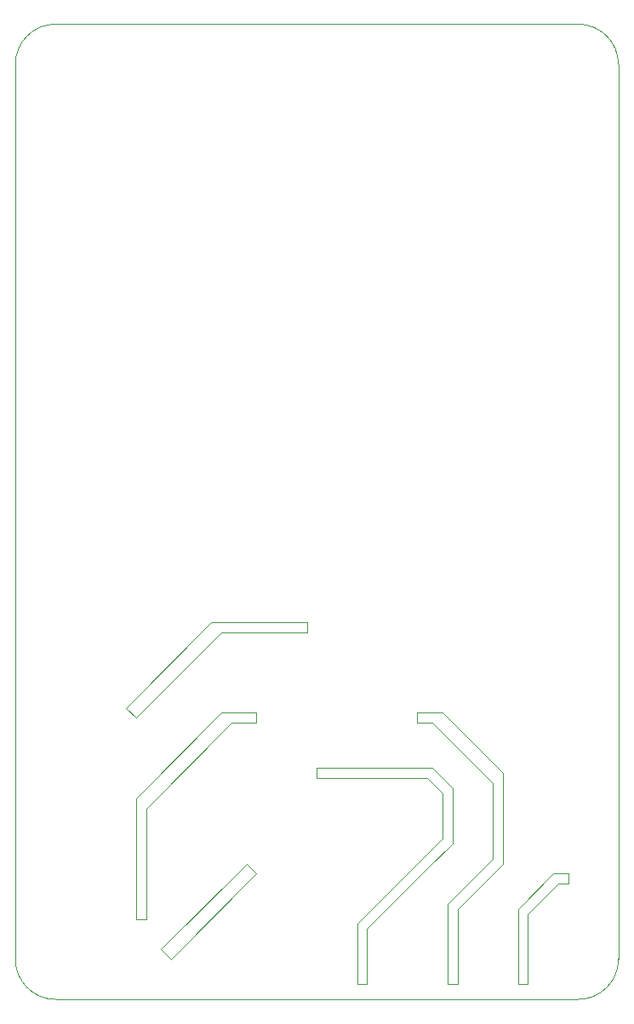
<source format=gbr>
%TF.GenerationSoftware,KiCad,Pcbnew,7.0.8*%
%TF.CreationDate,2023-10-31T00:38:55-07:00*%
%TF.ProjectId,PZEM-Single LPKF - R1,505a454d-2d53-4696-9e67-6c65204c504b,rev?*%
%TF.SameCoordinates,Original*%
%TF.FileFunction,Profile,NP*%
%FSLAX46Y46*%
G04 Gerber Fmt 4.6, Leading zero omitted, Abs format (unit mm)*
G04 Created by KiCad (PCBNEW 7.0.8) date 2023-10-31 00:38:55*
%MOMM*%
%LPD*%
G01*
G04 APERTURE LIST*
%TA.AperFunction,Profile*%
%ADD10C,0.050000*%
%TD*%
G04 APERTURE END LIST*
D10*
X23000000Y13500000D02*
X24000000Y12500000D01*
X15500000Y4000000D02*
X24000000Y12500000D01*
X23000000Y13500000D02*
X14500000Y5000000D01*
X14500000Y5000000D02*
X15500000Y4000000D01*
X11000000Y29000000D02*
X12000000Y28000000D01*
X29000000Y36500000D02*
X29000000Y37500000D01*
X19500000Y37500000D02*
X11000000Y29000000D01*
X20500000Y36500000D02*
X29000000Y36500000D01*
X29000000Y37500000D02*
X19500000Y37500000D01*
X12000000Y28000000D02*
X20500000Y36500000D01*
X0Y4000000D02*
G75*
G03*
X4000000Y0I4000000J0D01*
G01*
X56000000Y0D02*
G75*
G03*
X60000000Y4000000I0J4000000D01*
G01*
X60000000Y93000000D02*
G75*
G03*
X56000000Y97000000I-4000000J0D01*
G01*
X4000000Y97000000D02*
G75*
G03*
X0Y93000000I0J-4000000D01*
G01*
X51000000Y1500000D02*
X50000000Y1500000D01*
X43000000Y1500000D02*
X44000000Y1500000D01*
X41500000Y27500000D02*
X47500000Y21500000D01*
X4000000Y0D02*
X56000000Y0D01*
X43500000Y21000000D02*
X41500000Y23000000D01*
X35000000Y1500000D02*
X35000000Y7000000D01*
X47500000Y21500000D02*
X47500000Y14000000D01*
X54000000Y11500000D02*
X51000000Y8500000D01*
X41000000Y22000000D02*
X42500000Y20500000D01*
X13000000Y8000000D02*
X13000000Y19000000D01*
X35000000Y7000000D02*
X41000000Y13000000D01*
X24000000Y27500000D02*
X24000000Y28500000D01*
X42500000Y16000000D02*
X34000000Y7500000D01*
X48500000Y22500000D02*
X42500000Y28500000D01*
X48500000Y14000000D02*
X48500000Y22500000D01*
X44000000Y1500000D02*
X44000000Y9000000D01*
X21500000Y27500000D02*
X24000000Y27500000D01*
X56000000Y97000000D02*
X4000000Y97000000D01*
X43500000Y15500000D02*
X43500000Y21000000D01*
X34000000Y7500000D02*
X34000000Y1500000D01*
X34000000Y1500000D02*
X35000000Y1500000D01*
X12000000Y20000000D02*
X12000000Y8000000D01*
X48500000Y13500000D02*
X48500000Y14000000D01*
X42500000Y28500000D02*
X40000000Y28500000D01*
X51000000Y8500000D02*
X51000000Y1500000D01*
X41000000Y13000000D02*
X43500000Y15500000D01*
X20500000Y28500000D02*
X12000000Y20000000D01*
X43500000Y10000000D02*
X43000000Y9500000D01*
X42500000Y20500000D02*
X42500000Y16000000D01*
X47500000Y14000000D02*
X43500000Y10000000D01*
X50000000Y9000000D02*
X53500000Y12500000D01*
X60000000Y4000000D02*
X60000000Y93000000D01*
X55000000Y12500000D02*
X55000000Y11500000D01*
X50000000Y1500000D02*
X50000000Y9000000D01*
X13000000Y19000000D02*
X21500000Y27500000D01*
X12000000Y8000000D02*
X13000000Y8000000D01*
X53500000Y12500000D02*
X55000000Y12500000D01*
X30000000Y23000000D02*
X30000000Y22000000D01*
X24000000Y28500000D02*
X20500000Y28500000D01*
X44000000Y9000000D02*
X48500000Y13500000D01*
X40000000Y28500000D02*
X40000000Y27500000D01*
X55000000Y11500000D02*
X54000000Y11500000D01*
X40000000Y27500000D02*
X41500000Y27500000D01*
X0Y93000000D02*
X0Y4000000D01*
X43000000Y9500000D02*
X43000000Y1500000D01*
X30000000Y22000000D02*
X41000000Y22000000D01*
X41500000Y23000000D02*
X30000000Y23000000D01*
M02*

</source>
